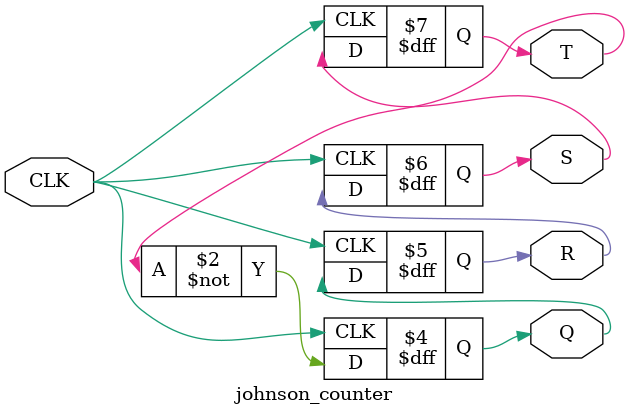
<source format=v>
module johnson_counter(CLK, Q, R, S, T);
 input CLK;
 output Q,R,S,T;
 reg Q,R,S,T;
initial
begin
Q=0; R=0; S=0; T=0;
end
always @(posedge CLK)
begin
Q<=~T; R<=Q; S<=R; T<=S;
end
endmodule
</source>
